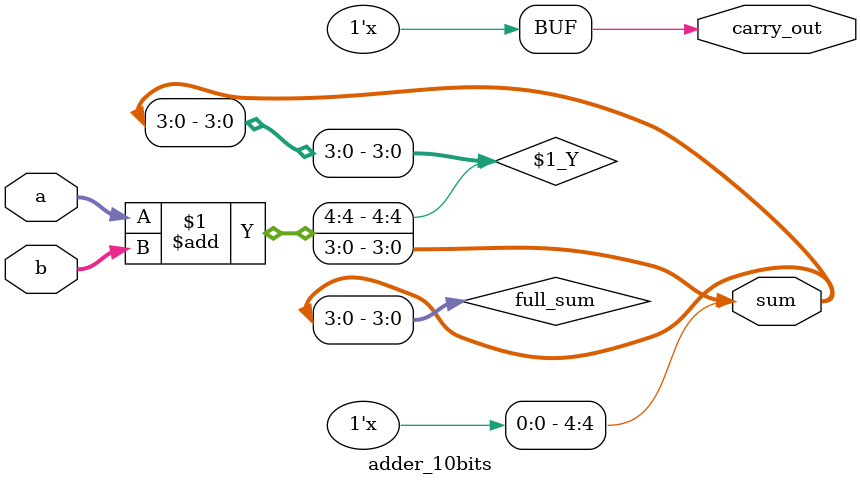
<source format=v>
module adder_10bits(
    input [4:0] a,    // 5-bit input a
    input [4:0] b,    // 5-bit input b
    output [4:0] sum, // 5-bit output sum
    output carry_out  // Carry out
);

    // Internal variable for full 6-bit addition to capture the carry
    wire [3:0] full_sum;

    assign full_sum = a + b;   // Perform 6-bit addition
    assign sum = full_sum[4:0]; // Assign the lower 5 bits to sum
    assign carry_out = full_sum[5]; // The 6th bit is the carry out

endmodule
</source>
